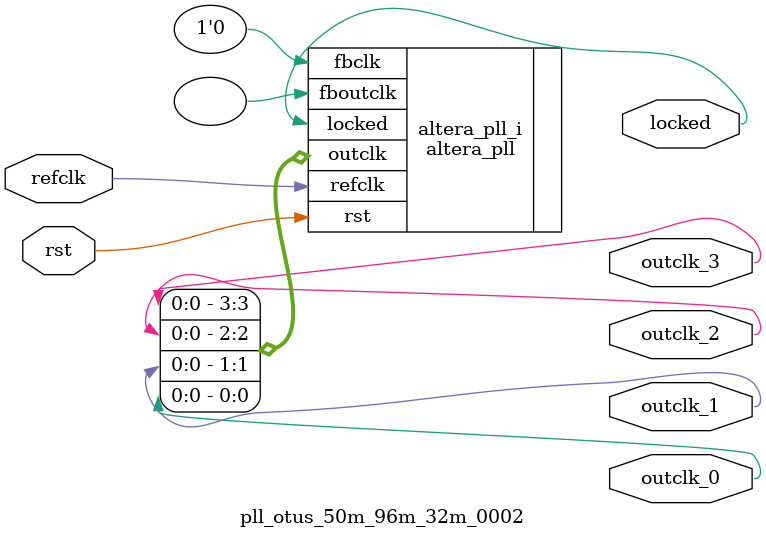
<source format=v>
`timescale 1ns/10ps
module  pll_otus_50m_96m_32m_0002(

	// interface 'refclk'
	input wire refclk,

	// interface 'reset'
	input wire rst,

	// interface 'outclk0'
	output wire outclk_0,

	// interface 'outclk1'
	output wire outclk_1,

	// interface 'outclk2'
	output wire outclk_2,

	// interface 'outclk3'
	output wire outclk_3,

	// interface 'locked'
	output wire locked
);

	altera_pll #(
		.fractional_vco_multiplier("false"),
		.reference_clock_frequency("50.0 MHz"),
		.operation_mode("direct"),
		.number_of_clocks(4),
		.output_clock_frequency0("48.000000 MHz"),
		.phase_shift0("0 ps"),
		.duty_cycle0(50),
		.output_clock_frequency1("8.000000 MHz"),
		.phase_shift1("0 ps"),
		.duty_cycle1(50),
		.output_clock_frequency2("96.000000 MHz"),
		.phase_shift2("0 ps"),
		.duty_cycle2(50),
		.output_clock_frequency3("32.000000 MHz"),
		.phase_shift3("0 ps"),
		.duty_cycle3(50),
		.output_clock_frequency4("0 MHz"),
		.phase_shift4("0 ps"),
		.duty_cycle4(50),
		.output_clock_frequency5("0 MHz"),
		.phase_shift5("0 ps"),
		.duty_cycle5(50),
		.output_clock_frequency6("0 MHz"),
		.phase_shift6("0 ps"),
		.duty_cycle6(50),
		.output_clock_frequency7("0 MHz"),
		.phase_shift7("0 ps"),
		.duty_cycle7(50),
		.output_clock_frequency8("0 MHz"),
		.phase_shift8("0 ps"),
		.duty_cycle8(50),
		.output_clock_frequency9("0 MHz"),
		.phase_shift9("0 ps"),
		.duty_cycle9(50),
		.output_clock_frequency10("0 MHz"),
		.phase_shift10("0 ps"),
		.duty_cycle10(50),
		.output_clock_frequency11("0 MHz"),
		.phase_shift11("0 ps"),
		.duty_cycle11(50),
		.output_clock_frequency12("0 MHz"),
		.phase_shift12("0 ps"),
		.duty_cycle12(50),
		.output_clock_frequency13("0 MHz"),
		.phase_shift13("0 ps"),
		.duty_cycle13(50),
		.output_clock_frequency14("0 MHz"),
		.phase_shift14("0 ps"),
		.duty_cycle14(50),
		.output_clock_frequency15("0 MHz"),
		.phase_shift15("0 ps"),
		.duty_cycle15(50),
		.output_clock_frequency16("0 MHz"),
		.phase_shift16("0 ps"),
		.duty_cycle16(50),
		.output_clock_frequency17("0 MHz"),
		.phase_shift17("0 ps"),
		.duty_cycle17(50),
		.pll_type("General"),
		.pll_subtype("General")
	) altera_pll_i (
		.rst	(rst),
		.outclk	({outclk_3, outclk_2, outclk_1, outclk_0}),
		.locked	(locked),
		.fboutclk	( ),
		.fbclk	(1'b0),
		.refclk	(refclk)
	);
endmodule


</source>
